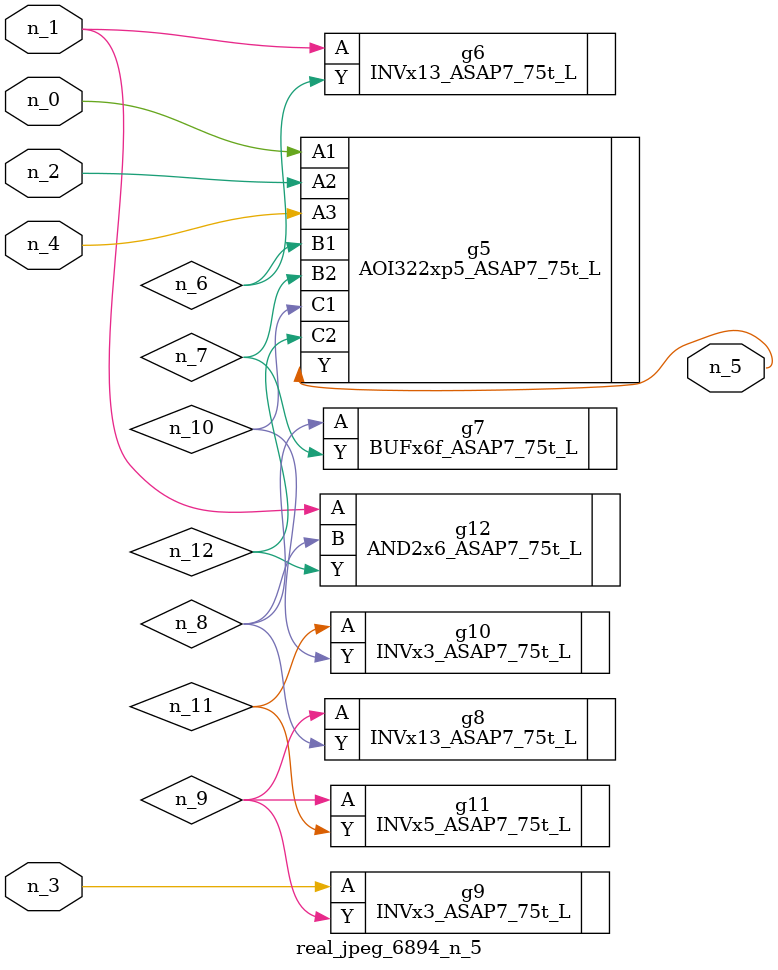
<source format=v>
module real_jpeg_6894_n_5 (n_4, n_0, n_1, n_2, n_3, n_5);

input n_4;
input n_0;
input n_1;
input n_2;
input n_3;

output n_5;

wire n_12;
wire n_8;
wire n_11;
wire n_6;
wire n_7;
wire n_10;
wire n_9;

AOI322xp5_ASAP7_75t_L g5 ( 
.A1(n_0),
.A2(n_2),
.A3(n_4),
.B1(n_6),
.B2(n_7),
.C1(n_10),
.C2(n_12),
.Y(n_5)
);

INVx13_ASAP7_75t_L g6 ( 
.A(n_1),
.Y(n_6)
);

AND2x6_ASAP7_75t_L g12 ( 
.A(n_1),
.B(n_8),
.Y(n_12)
);

INVx3_ASAP7_75t_L g9 ( 
.A(n_3),
.Y(n_9)
);

BUFx6f_ASAP7_75t_L g7 ( 
.A(n_8),
.Y(n_7)
);

INVx13_ASAP7_75t_L g8 ( 
.A(n_9),
.Y(n_8)
);

INVx5_ASAP7_75t_L g11 ( 
.A(n_9),
.Y(n_11)
);

INVx3_ASAP7_75t_L g10 ( 
.A(n_11),
.Y(n_10)
);


endmodule
</source>
